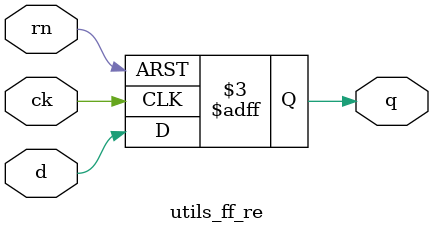
<source format=v>
`timescale 1ns/1ns

module utils_ff_re #(
    parameter DEFAULT_VAL = 1'b0
  )(
    input      rn,
    input      ck,
    input      d,
    output reg q
  );

  always @(negedge rn or posedge ck)
  begin
    if (!rn) begin
      q <= DEFAULT_VAL;
    end
    else begin
      q <= d;
    end
  end

endmodule


</source>
